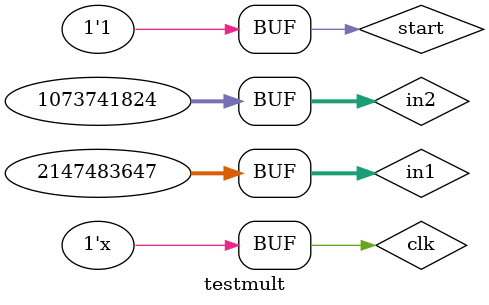
<source format=v>
`timescale 1ns / 1ps

module testmult;

    function [31:0] log2;
        input reg [31:0] value;
    	begin
        	value = value - 1;
        	for (log2 = 0; value > 0; log2 = log2 + 1)
            begin
            	value = value >> 1;
            end
      	end
    endfunction

    parameter N = 32;
    parameter Bs = log2(N);
    parameter es = 2;

    reg [N-1:0] in1, in2;
    reg start;
    wire [N-1:0] out;
    wire done;

    reg clk;


    // Instantiate the Unit Under Test (UUT)
    posit_mult_4 #(
        .N(N),
        .es(es)
    ) uut (
        .aclk(clk),
        .in1(in1),
        .in2(in2),
        .start(start),
        .result(out),
        .inf(inf),
        .zero(zero),
        .done(done)
    );

	initial
    begin
		// Initialize Inputs
		in1 = 0;
		in2 = 0;
		clk = 0;
		start = 1;
        in1 = 32'h7FFFFFFF;
        in2 = 32'h40000000;
	end

    always #5
    begin
        clk = ~clk;
    end
endmodule

</source>
